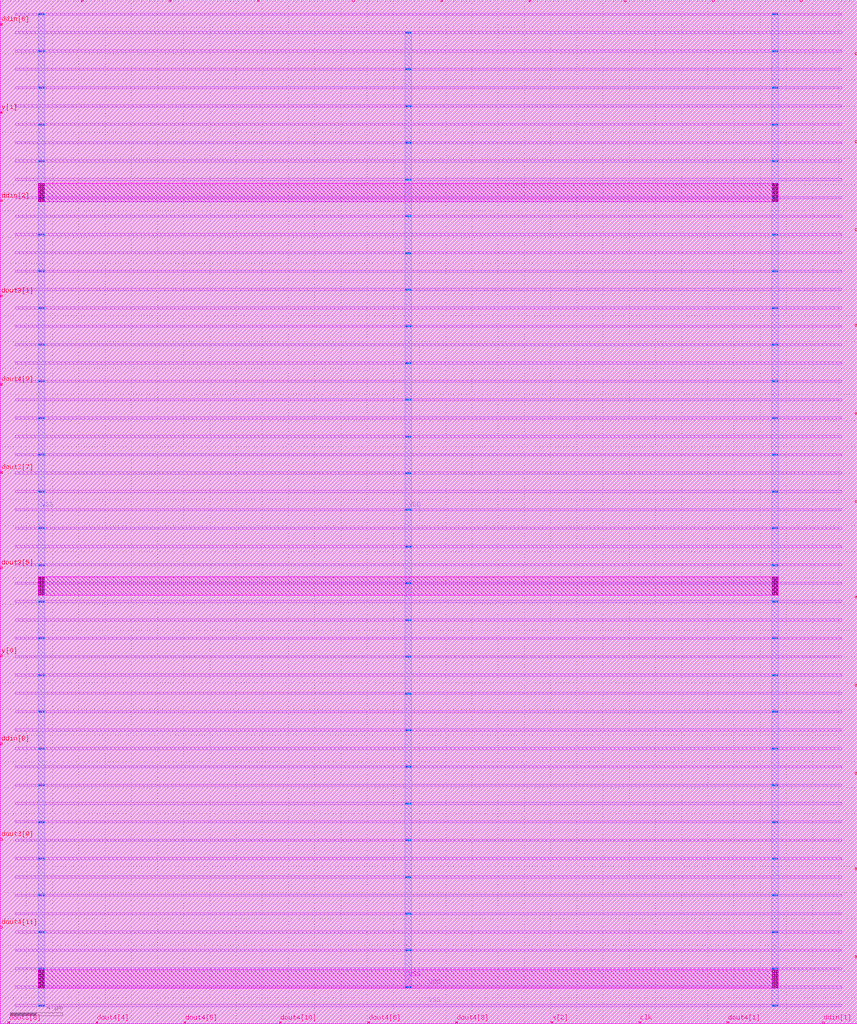
<source format=lef>
VERSION 5.8 ;
BUSBITCHARS "[]" ;
DIVIDERCHAR "/" ;
UNITS
    DATABASE MICRONS 2000 ;
END UNITS

VIA via1_2_960_340_1_3_300_300
  VIARULE Via1Array-0 ;
  CUTSIZE 0.07 0.07 ;
  LAYERS metal1 via1 metal2 ;
  CUTSPACING 0.08 0.08 ;
  ENCLOSURE 0.035 0.05 0.035 0.035 ;
  ROWCOL 1 3 ;
END via1_2_960_340_1_3_300_300

VIA via2_3_960_340_1_3_320_320
  VIARULE Via2Array-0 ;
  CUTSIZE 0.07 0.07 ;
  LAYERS metal2 via2 metal3 ;
  CUTSPACING 0.09 0.09 ;
  ENCLOSURE 0.035 0.035 0.035 0.035 ;
  ROWCOL 1 3 ;
END via2_3_960_340_1_3_320_320

VIA via3_4_960_340_1_3_320_320
  VIARULE Via3Array-0 ;
  CUTSIZE 0.07 0.07 ;
  LAYERS metal3 via3 metal4 ;
  CUTSPACING 0.09 0.09 ;
  ENCLOSURE 0.035 0.035 0.045 0.035 ;
  ROWCOL 1 3 ;
END via3_4_960_340_1_3_320_320

VIA via4_5_960_2800_5_2_600_600
  VIARULE Via4Array-0 ;
  CUTSIZE 0.14 0.14 ;
  LAYERS metal4 via4 metal5 ;
  CUTSPACING 0.16 0.16 ;
  ENCLOSURE 0.02 0 0 0 ;
  ROWCOL 5 2 ;
END via4_5_960_2800_5_2_600_600

VIA via5_6_960_2800_5_2_600_600
  VIARULE Via5Array-0 ;
  CUTSIZE 0.14 0.14 ;
  LAYERS metal5 via5 metal6 ;
  CUTSPACING 0.16 0.16 ;
  ENCLOSURE 0 0 0 0 ;
  ROWCOL 5 2 ;
END via5_6_960_2800_5_2_600_600

VIA via6_7_960_2800_4_1_600_600
  VIARULE Via6Array-0 ;
  CUTSIZE 0.14 0.14 ;
  LAYERS metal6 via6 metal7 ;
  CUTSPACING 0.16 0.16 ;
  ENCLOSURE 0 0 0.13 0.18 ;
  ROWCOL 4 1 ;
END via6_7_960_2800_4_1_600_600

MACRO dctub_part2
  FOREIGN dctub_part2 0 0 ;
  CLASS BLOCK ;
  SIZE 65.405 BY 78.09 ;
  PIN VSS
    USE GROUND ;
    DIRECTION INOUT ;
    PORT
      LAYER metal7 ;
        RECT  2.9 62.7 59.38 64.1 ;
        RECT  2.9 32.7 59.38 34.1 ;
        RECT  2.9 2.7 59.38 4.1 ;
      LAYER metal4 ;
        RECT  58.9 1.315 59.38 77.085 ;
        RECT  2.9 1.315 3.38 77.085 ;
      LAYER metal1 ;
        RECT  1.14 76.915 64.22 77.085 ;
        RECT  1.14 74.115 64.22 74.285 ;
        RECT  1.14 71.315 64.22 71.485 ;
        RECT  1.14 68.515 64.22 68.685 ;
        RECT  1.14 65.715 64.22 65.885 ;
        RECT  1.14 62.915 64.22 63.085 ;
        RECT  1.14 60.115 64.22 60.285 ;
        RECT  1.14 57.315 64.22 57.485 ;
        RECT  1.14 54.515 64.22 54.685 ;
        RECT  1.14 51.715 64.22 51.885 ;
        RECT  1.14 48.915 64.22 49.085 ;
        RECT  1.14 46.115 64.22 46.285 ;
        RECT  1.14 43.315 64.22 43.485 ;
        RECT  1.14 40.515 64.22 40.685 ;
        RECT  1.14 37.715 64.22 37.885 ;
        RECT  1.14 34.915 64.22 35.085 ;
        RECT  1.14 32.115 64.22 32.285 ;
        RECT  1.14 29.315 64.22 29.485 ;
        RECT  1.14 26.515 64.22 26.685 ;
        RECT  1.14 23.715 64.22 23.885 ;
        RECT  1.14 20.915 64.22 21.085 ;
        RECT  1.14 18.115 64.22 18.285 ;
        RECT  1.14 15.315 64.22 15.485 ;
        RECT  1.14 12.515 64.22 12.685 ;
        RECT  1.14 9.715 64.22 9.885 ;
        RECT  1.14 6.915 64.22 7.085 ;
        RECT  1.14 4.115 64.22 4.285 ;
        RECT  1.14 1.315 64.22 1.485 ;
      VIA 59.14 63.4 via6_7_960_2800_4_1_600_600 ;
      VIA 59.14 63.4 via5_6_960_2800_5_2_600_600 ;
      VIA 59.14 63.4 via4_5_960_2800_5_2_600_600 ;
      VIA 59.14 33.4 via6_7_960_2800_4_1_600_600 ;
      VIA 59.14 33.4 via5_6_960_2800_5_2_600_600 ;
      VIA 59.14 33.4 via4_5_960_2800_5_2_600_600 ;
      VIA 59.14 3.4 via6_7_960_2800_4_1_600_600 ;
      VIA 59.14 3.4 via5_6_960_2800_5_2_600_600 ;
      VIA 59.14 3.4 via4_5_960_2800_5_2_600_600 ;
      VIA 3.14 63.4 via6_7_960_2800_4_1_600_600 ;
      VIA 3.14 63.4 via5_6_960_2800_5_2_600_600 ;
      VIA 3.14 63.4 via4_5_960_2800_5_2_600_600 ;
      VIA 3.14 33.4 via6_7_960_2800_4_1_600_600 ;
      VIA 3.14 33.4 via5_6_960_2800_5_2_600_600 ;
      VIA 3.14 33.4 via4_5_960_2800_5_2_600_600 ;
      VIA 3.14 3.4 via6_7_960_2800_4_1_600_600 ;
      VIA 3.14 3.4 via5_6_960_2800_5_2_600_600 ;
      VIA 3.14 3.4 via4_5_960_2800_5_2_600_600 ;
      VIA 59.14 77 via3_4_960_340_1_3_320_320 ;
      VIA 59.14 77 via2_3_960_340_1_3_320_320 ;
      VIA 59.14 77 via1_2_960_340_1_3_300_300 ;
      VIA 59.14 74.2 via3_4_960_340_1_3_320_320 ;
      VIA 59.14 74.2 via2_3_960_340_1_3_320_320 ;
      VIA 59.14 74.2 via1_2_960_340_1_3_300_300 ;
      VIA 59.14 71.4 via3_4_960_340_1_3_320_320 ;
      VIA 59.14 71.4 via2_3_960_340_1_3_320_320 ;
      VIA 59.14 71.4 via1_2_960_340_1_3_300_300 ;
      VIA 59.14 68.6 via3_4_960_340_1_3_320_320 ;
      VIA 59.14 68.6 via2_3_960_340_1_3_320_320 ;
      VIA 59.14 68.6 via1_2_960_340_1_3_300_300 ;
      VIA 59.14 65.8 via3_4_960_340_1_3_320_320 ;
      VIA 59.14 65.8 via2_3_960_340_1_3_320_320 ;
      VIA 59.14 65.8 via1_2_960_340_1_3_300_300 ;
      VIA 59.14 63 via3_4_960_340_1_3_320_320 ;
      VIA 59.14 63 via2_3_960_340_1_3_320_320 ;
      VIA 59.14 63 via1_2_960_340_1_3_300_300 ;
      VIA 59.14 60.2 via3_4_960_340_1_3_320_320 ;
      VIA 59.14 60.2 via2_3_960_340_1_3_320_320 ;
      VIA 59.14 60.2 via1_2_960_340_1_3_300_300 ;
      VIA 59.14 57.4 via3_4_960_340_1_3_320_320 ;
      VIA 59.14 57.4 via2_3_960_340_1_3_320_320 ;
      VIA 59.14 57.4 via1_2_960_340_1_3_300_300 ;
      VIA 59.14 54.6 via3_4_960_340_1_3_320_320 ;
      VIA 59.14 54.6 via2_3_960_340_1_3_320_320 ;
      VIA 59.14 54.6 via1_2_960_340_1_3_300_300 ;
      VIA 59.14 51.8 via3_4_960_340_1_3_320_320 ;
      VIA 59.14 51.8 via2_3_960_340_1_3_320_320 ;
      VIA 59.14 51.8 via1_2_960_340_1_3_300_300 ;
      VIA 59.14 49 via3_4_960_340_1_3_320_320 ;
      VIA 59.14 49 via2_3_960_340_1_3_320_320 ;
      VIA 59.14 49 via1_2_960_340_1_3_300_300 ;
      VIA 59.14 46.2 via3_4_960_340_1_3_320_320 ;
      VIA 59.14 46.2 via2_3_960_340_1_3_320_320 ;
      VIA 59.14 46.2 via1_2_960_340_1_3_300_300 ;
      VIA 59.14 43.4 via3_4_960_340_1_3_320_320 ;
      VIA 59.14 43.4 via2_3_960_340_1_3_320_320 ;
      VIA 59.14 43.4 via1_2_960_340_1_3_300_300 ;
      VIA 59.14 40.6 via3_4_960_340_1_3_320_320 ;
      VIA 59.14 40.6 via2_3_960_340_1_3_320_320 ;
      VIA 59.14 40.6 via1_2_960_340_1_3_300_300 ;
      VIA 59.14 37.8 via3_4_960_340_1_3_320_320 ;
      VIA 59.14 37.8 via2_3_960_340_1_3_320_320 ;
      VIA 59.14 37.8 via1_2_960_340_1_3_300_300 ;
      VIA 59.14 35 via3_4_960_340_1_3_320_320 ;
      VIA 59.14 35 via2_3_960_340_1_3_320_320 ;
      VIA 59.14 35 via1_2_960_340_1_3_300_300 ;
      VIA 59.14 32.2 via3_4_960_340_1_3_320_320 ;
      VIA 59.14 32.2 via2_3_960_340_1_3_320_320 ;
      VIA 59.14 32.2 via1_2_960_340_1_3_300_300 ;
      VIA 59.14 29.4 via3_4_960_340_1_3_320_320 ;
      VIA 59.14 29.4 via2_3_960_340_1_3_320_320 ;
      VIA 59.14 29.4 via1_2_960_340_1_3_300_300 ;
      VIA 59.14 26.6 via3_4_960_340_1_3_320_320 ;
      VIA 59.14 26.6 via2_3_960_340_1_3_320_320 ;
      VIA 59.14 26.6 via1_2_960_340_1_3_300_300 ;
      VIA 59.14 23.8 via3_4_960_340_1_3_320_320 ;
      VIA 59.14 23.8 via2_3_960_340_1_3_320_320 ;
      VIA 59.14 23.8 via1_2_960_340_1_3_300_300 ;
      VIA 59.14 21 via3_4_960_340_1_3_320_320 ;
      VIA 59.14 21 via2_3_960_340_1_3_320_320 ;
      VIA 59.14 21 via1_2_960_340_1_3_300_300 ;
      VIA 59.14 18.2 via3_4_960_340_1_3_320_320 ;
      VIA 59.14 18.2 via2_3_960_340_1_3_320_320 ;
      VIA 59.14 18.2 via1_2_960_340_1_3_300_300 ;
      VIA 59.14 15.4 via3_4_960_340_1_3_320_320 ;
      VIA 59.14 15.4 via2_3_960_340_1_3_320_320 ;
      VIA 59.14 15.4 via1_2_960_340_1_3_300_300 ;
      VIA 59.14 12.6 via3_4_960_340_1_3_320_320 ;
      VIA 59.14 12.6 via2_3_960_340_1_3_320_320 ;
      VIA 59.14 12.6 via1_2_960_340_1_3_300_300 ;
      VIA 59.14 9.8 via3_4_960_340_1_3_320_320 ;
      VIA 59.14 9.8 via2_3_960_340_1_3_320_320 ;
      VIA 59.14 9.8 via1_2_960_340_1_3_300_300 ;
      VIA 59.14 7 via3_4_960_340_1_3_320_320 ;
      VIA 59.14 7 via2_3_960_340_1_3_320_320 ;
      VIA 59.14 7 via1_2_960_340_1_3_300_300 ;
      VIA 59.14 4.2 via3_4_960_340_1_3_320_320 ;
      VIA 59.14 4.2 via2_3_960_340_1_3_320_320 ;
      VIA 59.14 4.2 via1_2_960_340_1_3_300_300 ;
      VIA 59.14 1.4 via3_4_960_340_1_3_320_320 ;
      VIA 59.14 1.4 via2_3_960_340_1_3_320_320 ;
      VIA 59.14 1.4 via1_2_960_340_1_3_300_300 ;
      VIA 3.14 77 via3_4_960_340_1_3_320_320 ;
      VIA 3.14 77 via2_3_960_340_1_3_320_320 ;
      VIA 3.14 77 via1_2_960_340_1_3_300_300 ;
      VIA 3.14 74.2 via3_4_960_340_1_3_320_320 ;
      VIA 3.14 74.2 via2_3_960_340_1_3_320_320 ;
      VIA 3.14 74.2 via1_2_960_340_1_3_300_300 ;
      VIA 3.14 71.4 via3_4_960_340_1_3_320_320 ;
      VIA 3.14 71.4 via2_3_960_340_1_3_320_320 ;
      VIA 3.14 71.4 via1_2_960_340_1_3_300_300 ;
      VIA 3.14 68.6 via3_4_960_340_1_3_320_320 ;
      VIA 3.14 68.6 via2_3_960_340_1_3_320_320 ;
      VIA 3.14 68.6 via1_2_960_340_1_3_300_300 ;
      VIA 3.14 65.8 via3_4_960_340_1_3_320_320 ;
      VIA 3.14 65.8 via2_3_960_340_1_3_320_320 ;
      VIA 3.14 65.8 via1_2_960_340_1_3_300_300 ;
      VIA 3.14 63 via3_4_960_340_1_3_320_320 ;
      VIA 3.14 63 via2_3_960_340_1_3_320_320 ;
      VIA 3.14 63 via1_2_960_340_1_3_300_300 ;
      VIA 3.14 60.2 via3_4_960_340_1_3_320_320 ;
      VIA 3.14 60.2 via2_3_960_340_1_3_320_320 ;
      VIA 3.14 60.2 via1_2_960_340_1_3_300_300 ;
      VIA 3.14 57.4 via3_4_960_340_1_3_320_320 ;
      VIA 3.14 57.4 via2_3_960_340_1_3_320_320 ;
      VIA 3.14 57.4 via1_2_960_340_1_3_300_300 ;
      VIA 3.14 54.6 via3_4_960_340_1_3_320_320 ;
      VIA 3.14 54.6 via2_3_960_340_1_3_320_320 ;
      VIA 3.14 54.6 via1_2_960_340_1_3_300_300 ;
      VIA 3.14 51.8 via3_4_960_340_1_3_320_320 ;
      VIA 3.14 51.8 via2_3_960_340_1_3_320_320 ;
      VIA 3.14 51.8 via1_2_960_340_1_3_300_300 ;
      VIA 3.14 49 via3_4_960_340_1_3_320_320 ;
      VIA 3.14 49 via2_3_960_340_1_3_320_320 ;
      VIA 3.14 49 via1_2_960_340_1_3_300_300 ;
      VIA 3.14 46.2 via3_4_960_340_1_3_320_320 ;
      VIA 3.14 46.2 via2_3_960_340_1_3_320_320 ;
      VIA 3.14 46.2 via1_2_960_340_1_3_300_300 ;
      VIA 3.14 43.4 via3_4_960_340_1_3_320_320 ;
      VIA 3.14 43.4 via2_3_960_340_1_3_320_320 ;
      VIA 3.14 43.4 via1_2_960_340_1_3_300_300 ;
      VIA 3.14 40.6 via3_4_960_340_1_3_320_320 ;
      VIA 3.14 40.6 via2_3_960_340_1_3_320_320 ;
      VIA 3.14 40.6 via1_2_960_340_1_3_300_300 ;
      VIA 3.14 37.8 via3_4_960_340_1_3_320_320 ;
      VIA 3.14 37.8 via2_3_960_340_1_3_320_320 ;
      VIA 3.14 37.8 via1_2_960_340_1_3_300_300 ;
      VIA 3.14 35 via3_4_960_340_1_3_320_320 ;
      VIA 3.14 35 via2_3_960_340_1_3_320_320 ;
      VIA 3.14 35 via1_2_960_340_1_3_300_300 ;
      VIA 3.14 32.2 via3_4_960_340_1_3_320_320 ;
      VIA 3.14 32.2 via2_3_960_340_1_3_320_320 ;
      VIA 3.14 32.2 via1_2_960_340_1_3_300_300 ;
      VIA 3.14 29.4 via3_4_960_340_1_3_320_320 ;
      VIA 3.14 29.4 via2_3_960_340_1_3_320_320 ;
      VIA 3.14 29.4 via1_2_960_340_1_3_300_300 ;
      VIA 3.14 26.6 via3_4_960_340_1_3_320_320 ;
      VIA 3.14 26.6 via2_3_960_340_1_3_320_320 ;
      VIA 3.14 26.6 via1_2_960_340_1_3_300_300 ;
      VIA 3.14 23.8 via3_4_960_340_1_3_320_320 ;
      VIA 3.14 23.8 via2_3_960_340_1_3_320_320 ;
      VIA 3.14 23.8 via1_2_960_340_1_3_300_300 ;
      VIA 3.14 21 via3_4_960_340_1_3_320_320 ;
      VIA 3.14 21 via2_3_960_340_1_3_320_320 ;
      VIA 3.14 21 via1_2_960_340_1_3_300_300 ;
      VIA 3.14 18.2 via3_4_960_340_1_3_320_320 ;
      VIA 3.14 18.2 via2_3_960_340_1_3_320_320 ;
      VIA 3.14 18.2 via1_2_960_340_1_3_300_300 ;
      VIA 3.14 15.4 via3_4_960_340_1_3_320_320 ;
      VIA 3.14 15.4 via2_3_960_340_1_3_320_320 ;
      VIA 3.14 15.4 via1_2_960_340_1_3_300_300 ;
      VIA 3.14 12.6 via3_4_960_340_1_3_320_320 ;
      VIA 3.14 12.6 via2_3_960_340_1_3_320_320 ;
      VIA 3.14 12.6 via1_2_960_340_1_3_300_300 ;
      VIA 3.14 9.8 via3_4_960_340_1_3_320_320 ;
      VIA 3.14 9.8 via2_3_960_340_1_3_320_320 ;
      VIA 3.14 9.8 via1_2_960_340_1_3_300_300 ;
      VIA 3.14 7 via3_4_960_340_1_3_320_320 ;
      VIA 3.14 7 via2_3_960_340_1_3_320_320 ;
      VIA 3.14 7 via1_2_960_340_1_3_300_300 ;
      VIA 3.14 4.2 via3_4_960_340_1_3_320_320 ;
      VIA 3.14 4.2 via2_3_960_340_1_3_320_320 ;
      VIA 3.14 4.2 via1_2_960_340_1_3_300_300 ;
      VIA 3.14 1.4 via3_4_960_340_1_3_320_320 ;
      VIA 3.14 1.4 via2_3_960_340_1_3_320_320 ;
      VIA 3.14 1.4 via1_2_960_340_1_3_300_300 ;
    END
  END VSS
  PIN VDD
    USE POWER ;
    DIRECTION INOUT ;
    PORT
      LAYER metal4 ;
        RECT  30.9 2.715 31.38 75.685 ;
      LAYER metal1 ;
        RECT  1.14 75.515 64.22 75.685 ;
        RECT  1.14 72.715 64.22 72.885 ;
        RECT  1.14 69.915 64.22 70.085 ;
        RECT  1.14 67.115 64.22 67.285 ;
        RECT  1.14 64.315 64.22 64.485 ;
        RECT  1.14 61.515 64.22 61.685 ;
        RECT  1.14 58.715 64.22 58.885 ;
        RECT  1.14 55.915 64.22 56.085 ;
        RECT  1.14 53.115 64.22 53.285 ;
        RECT  1.14 50.315 64.22 50.485 ;
        RECT  1.14 47.515 64.22 47.685 ;
        RECT  1.14 44.715 64.22 44.885 ;
        RECT  1.14 41.915 64.22 42.085 ;
        RECT  1.14 39.115 64.22 39.285 ;
        RECT  1.14 36.315 64.22 36.485 ;
        RECT  1.14 33.515 64.22 33.685 ;
        RECT  1.14 30.715 64.22 30.885 ;
        RECT  1.14 27.915 64.22 28.085 ;
        RECT  1.14 25.115 64.22 25.285 ;
        RECT  1.14 22.315 64.22 22.485 ;
        RECT  1.14 19.515 64.22 19.685 ;
        RECT  1.14 16.715 64.22 16.885 ;
        RECT  1.14 13.915 64.22 14.085 ;
        RECT  1.14 11.115 64.22 11.285 ;
        RECT  1.14 8.315 64.22 8.485 ;
        RECT  1.14 5.515 64.22 5.685 ;
        RECT  1.14 2.715 64.22 2.885 ;
      VIA 31.14 75.6 via3_4_960_340_1_3_320_320 ;
      VIA 31.14 75.6 via2_3_960_340_1_3_320_320 ;
      VIA 31.14 75.6 via1_2_960_340_1_3_300_300 ;
      VIA 31.14 72.8 via3_4_960_340_1_3_320_320 ;
      VIA 31.14 72.8 via2_3_960_340_1_3_320_320 ;
      VIA 31.14 72.8 via1_2_960_340_1_3_300_300 ;
      VIA 31.14 70 via3_4_960_340_1_3_320_320 ;
      VIA 31.14 70 via2_3_960_340_1_3_320_320 ;
      VIA 31.14 70 via1_2_960_340_1_3_300_300 ;
      VIA 31.14 67.2 via3_4_960_340_1_3_320_320 ;
      VIA 31.14 67.2 via2_3_960_340_1_3_320_320 ;
      VIA 31.14 67.2 via1_2_960_340_1_3_300_300 ;
      VIA 31.14 64.4 via3_4_960_340_1_3_320_320 ;
      VIA 31.14 64.4 via2_3_960_340_1_3_320_320 ;
      VIA 31.14 64.4 via1_2_960_340_1_3_300_300 ;
      VIA 31.14 61.6 via3_4_960_340_1_3_320_320 ;
      VIA 31.14 61.6 via2_3_960_340_1_3_320_320 ;
      VIA 31.14 61.6 via1_2_960_340_1_3_300_300 ;
      VIA 31.14 58.8 via3_4_960_340_1_3_320_320 ;
      VIA 31.14 58.8 via2_3_960_340_1_3_320_320 ;
      VIA 31.14 58.8 via1_2_960_340_1_3_300_300 ;
      VIA 31.14 56 via3_4_960_340_1_3_320_320 ;
      VIA 31.14 56 via2_3_960_340_1_3_320_320 ;
      VIA 31.14 56 via1_2_960_340_1_3_300_300 ;
      VIA 31.14 53.2 via3_4_960_340_1_3_320_320 ;
      VIA 31.14 53.2 via2_3_960_340_1_3_320_320 ;
      VIA 31.14 53.2 via1_2_960_340_1_3_300_300 ;
      VIA 31.14 50.4 via3_4_960_340_1_3_320_320 ;
      VIA 31.14 50.4 via2_3_960_340_1_3_320_320 ;
      VIA 31.14 50.4 via1_2_960_340_1_3_300_300 ;
      VIA 31.14 47.6 via3_4_960_340_1_3_320_320 ;
      VIA 31.14 47.6 via2_3_960_340_1_3_320_320 ;
      VIA 31.14 47.6 via1_2_960_340_1_3_300_300 ;
      VIA 31.14 44.8 via3_4_960_340_1_3_320_320 ;
      VIA 31.14 44.8 via2_3_960_340_1_3_320_320 ;
      VIA 31.14 44.8 via1_2_960_340_1_3_300_300 ;
      VIA 31.14 42 via3_4_960_340_1_3_320_320 ;
      VIA 31.14 42 via2_3_960_340_1_3_320_320 ;
      VIA 31.14 42 via1_2_960_340_1_3_300_300 ;
      VIA 31.14 39.2 via3_4_960_340_1_3_320_320 ;
      VIA 31.14 39.2 via2_3_960_340_1_3_320_320 ;
      VIA 31.14 39.2 via1_2_960_340_1_3_300_300 ;
      VIA 31.14 36.4 via3_4_960_340_1_3_320_320 ;
      VIA 31.14 36.4 via2_3_960_340_1_3_320_320 ;
      VIA 31.14 36.4 via1_2_960_340_1_3_300_300 ;
      VIA 31.14 33.6 via3_4_960_340_1_3_320_320 ;
      VIA 31.14 33.6 via2_3_960_340_1_3_320_320 ;
      VIA 31.14 33.6 via1_2_960_340_1_3_300_300 ;
      VIA 31.14 30.8 via3_4_960_340_1_3_320_320 ;
      VIA 31.14 30.8 via2_3_960_340_1_3_320_320 ;
      VIA 31.14 30.8 via1_2_960_340_1_3_300_300 ;
      VIA 31.14 28 via3_4_960_340_1_3_320_320 ;
      VIA 31.14 28 via2_3_960_340_1_3_320_320 ;
      VIA 31.14 28 via1_2_960_340_1_3_300_300 ;
      VIA 31.14 25.2 via3_4_960_340_1_3_320_320 ;
      VIA 31.14 25.2 via2_3_960_340_1_3_320_320 ;
      VIA 31.14 25.2 via1_2_960_340_1_3_300_300 ;
      VIA 31.14 22.4 via3_4_960_340_1_3_320_320 ;
      VIA 31.14 22.4 via2_3_960_340_1_3_320_320 ;
      VIA 31.14 22.4 via1_2_960_340_1_3_300_300 ;
      VIA 31.14 19.6 via3_4_960_340_1_3_320_320 ;
      VIA 31.14 19.6 via2_3_960_340_1_3_320_320 ;
      VIA 31.14 19.6 via1_2_960_340_1_3_300_300 ;
      VIA 31.14 16.8 via3_4_960_340_1_3_320_320 ;
      VIA 31.14 16.8 via2_3_960_340_1_3_320_320 ;
      VIA 31.14 16.8 via1_2_960_340_1_3_300_300 ;
      VIA 31.14 14 via3_4_960_340_1_3_320_320 ;
      VIA 31.14 14 via2_3_960_340_1_3_320_320 ;
      VIA 31.14 14 via1_2_960_340_1_3_300_300 ;
      VIA 31.14 11.2 via3_4_960_340_1_3_320_320 ;
      VIA 31.14 11.2 via2_3_960_340_1_3_320_320 ;
      VIA 31.14 11.2 via1_2_960_340_1_3_300_300 ;
      VIA 31.14 8.4 via3_4_960_340_1_3_320_320 ;
      VIA 31.14 8.4 via2_3_960_340_1_3_320_320 ;
      VIA 31.14 8.4 via1_2_960_340_1_3_300_300 ;
      VIA 31.14 5.6 via3_4_960_340_1_3_320_320 ;
      VIA 31.14 5.6 via2_3_960_340_1_3_320_320 ;
      VIA 31.14 5.6 via1_2_960_340_1_3_300_300 ;
      VIA 31.14 2.8 via3_4_960_340_1_3_320_320 ;
      VIA 31.14 2.8 via2_3_960_340_1_3_320_320 ;
      VIA 31.14 2.8 via1_2_960_340_1_3_300_300 ;
    END
  END VDD
  PIN clk
    DIRECTION INPUT ;
    USE SIGNAL ;
    PORT
      LAYER metal6 ;
        RECT  48.745 0 48.885 0.14 ;
    END
  END clk
  PIN ddgo
    DIRECTION INPUT ;
    USE SIGNAL ;
    PORT
      LAYER metal5 ;
        RECT  65.265 67.2 65.405 67.34 ;
    END
  END ddgo
  PIN ddin[1]
    DIRECTION INPUT ;
    USE SIGNAL ;
    PORT
      LAYER metal6 ;
        RECT  62.745 0 62.885 0.14 ;
    END
  END ddin[1]
  PIN ddin[2]
    DIRECTION INPUT ;
    USE SIGNAL ;
    PORT
      LAYER metal5 ;
        RECT  0 62.72 0.14 62.86 ;
    END
  END ddin[2]
  PIN ddin[3]
    DIRECTION INPUT ;
    USE SIGNAL ;
    PORT
      LAYER metal6 ;
        RECT  33.625 77.95 33.765 78.09 ;
    END
  END ddin[3]
  PIN ddin[4]
    DIRECTION INPUT ;
    USE SIGNAL ;
    PORT
      LAYER metal5 ;
        RECT  65.265 25.76 65.405 25.9 ;
    END
  END ddin[4]
  PIN ddin[5]
    DIRECTION INPUT ;
    USE SIGNAL ;
    PORT
      LAYER metal6 ;
        RECT  54.345 77.95 54.485 78.09 ;
    END
  END ddin[5]
  PIN ddin[6]
    DIRECTION INPUT ;
    USE SIGNAL ;
    PORT
      LAYER metal5 ;
        RECT  0 76.16 0.14 76.3 ;
    END
  END ddin[6]
  PIN ddin[7]
    DIRECTION INPUT ;
    USE SIGNAL ;
    PORT
      LAYER metal5 ;
        RECT  65.265 5.04 65.405 5.18 ;
    END
  END ddin[7]
  PIN ddin[8]
    DIRECTION INPUT ;
    USE SIGNAL ;
    PORT
      LAYER metal5 ;
        RECT  0 21.28 0.14 21.42 ;
    END
  END ddin[8]
  PIN dout3[0]
    DIRECTION OUTPUT ;
    USE SIGNAL ;
    PORT
      LAYER metal5 ;
        RECT  65.265 53.2 65.405 53.34 ;
    END
  END dout3[0]
  PIN dout3[10]
    DIRECTION OUTPUT ;
    USE SIGNAL ;
    PORT
      LAYER metal5 ;
        RECT  65.265 11.76 65.405 11.9 ;
    END
  END dout3[10]
  PIN dout3[11]
    DIRECTION OUTPUT ;
    USE SIGNAL ;
    PORT
      LAYER metal6 ;
        RECT  6.185 77.95 6.325 78.09 ;
    END
  END dout3[11]
  PIN dout3[1]
    DIRECTION OUTPUT ;
    USE SIGNAL ;
    PORT
      LAYER metal5 ;
        RECT  0 55.44 0.14 55.58 ;
    END
  END dout3[1]
  PIN dout3[2]
    DIRECTION OUTPUT ;
    USE SIGNAL ;
    PORT
      LAYER metal6 ;
        RECT  26.905 77.95 27.045 78.09 ;
    END
  END dout3[2]
  PIN dout3[3]
    DIRECTION OUTPUT ;
    USE SIGNAL ;
    PORT
      LAYER metal6 ;
        RECT  40.345 77.95 40.485 78.09 ;
    END
  END dout3[3]
  PIN dout3[4]
    DIRECTION OUTPUT ;
    USE SIGNAL ;
    PORT
      LAYER metal6 ;
        RECT  61.065 77.95 61.205 78.09 ;
    END
  END dout3[4]
  PIN dout3[5]
    DIRECTION OUTPUT ;
    USE SIGNAL ;
    PORT
      LAYER metal5 ;
        RECT  0 34.72 0.14 34.86 ;
    END
  END dout3[5]
  PIN dout3[6]
    DIRECTION OUTPUT ;
    USE SIGNAL ;
    PORT
      LAYER metal5 ;
        RECT  65.265 60.48 65.405 60.62 ;
    END
  END dout3[6]
  PIN dout3[7]
    DIRECTION OUTPUT ;
    USE SIGNAL ;
    PORT
      LAYER metal5 ;
        RECT  0 42 0.14 42.14 ;
    END
  END dout3[7]
  PIN dout3[8]
    DIRECTION OUTPUT ;
    USE SIGNAL ;
    PORT
      LAYER metal6 ;
        RECT  0.585 0 0.725 0.14 ;
    END
  END dout3[8]
  PIN dout3[9]
    DIRECTION OUTPUT ;
    USE SIGNAL ;
    PORT
      LAYER metal5 ;
        RECT  0 14 0.14 14.14 ;
    END
  END dout3[9]
  PIN dout4[0]
    DIRECTION OUTPUT ;
    USE SIGNAL ;
    PORT
      LAYER metal5 ;
        RECT  65.265 46.48 65.405 46.62 ;
    END
  END dout4[0]
  PIN dout4[10]
    DIRECTION OUTPUT ;
    USE SIGNAL ;
    PORT
      LAYER metal6 ;
        RECT  21.305 0 21.445 0.14 ;
    END
  END dout4[10]
  PIN dout4[11]
    DIRECTION OUTPUT ;
    USE SIGNAL ;
    PORT
      LAYER metal5 ;
        RECT  0 7.28 0.14 7.42 ;
    END
  END dout4[11]
  PIN dout4[1]
    DIRECTION OUTPUT ;
    USE SIGNAL ;
    PORT
      LAYER metal6 ;
        RECT  55.465 0 55.605 0.14 ;
    END
  END dout4[1]
  PIN dout4[2]
    DIRECTION OUTPUT ;
    USE SIGNAL ;
    PORT
      LAYER metal6 ;
        RECT  47.625 77.95 47.765 78.09 ;
    END
  END dout4[2]
  PIN dout4[3]
    DIRECTION OUTPUT ;
    USE SIGNAL ;
    PORT
      LAYER metal5 ;
        RECT  65.265 19.04 65.405 19.18 ;
    END
  END dout4[3]
  PIN dout4[4]
    DIRECTION OUTPUT ;
    USE SIGNAL ;
    PORT
      LAYER metal6 ;
        RECT  7.305 0 7.445 0.14 ;
    END
  END dout4[4]
  PIN dout4[5]
    DIRECTION OUTPUT ;
    USE SIGNAL ;
    PORT
      LAYER metal6 ;
        RECT  14.025 0 14.165 0.14 ;
    END
  END dout4[5]
  PIN dout4[6]
    DIRECTION OUTPUT ;
    USE SIGNAL ;
    PORT
      LAYER metal6 ;
        RECT  28.025 0 28.165 0.14 ;
    END
  END dout4[6]
  PIN dout4[7]
    DIRECTION OUTPUT ;
    USE SIGNAL ;
    PORT
      LAYER metal5 ;
        RECT  65.265 32.48 65.405 32.62 ;
    END
  END dout4[7]
  PIN dout4[8]
    DIRECTION OUTPUT ;
    USE SIGNAL ;
    PORT
      LAYER metal6 ;
        RECT  34.745 0 34.885 0.14 ;
    END
  END dout4[8]
  PIN dout4[9]
    DIRECTION OUTPUT ;
    USE SIGNAL ;
    PORT
      LAYER metal5 ;
        RECT  0 48.72 0.14 48.86 ;
    END
  END dout4[9]
  PIN ena
    DIRECTION INPUT ;
    USE SIGNAL ;
    PORT
      LAYER metal5 ;
        RECT  65.265 73.92 65.405 74.06 ;
    END
  END ena
  PIN x[0]
    DIRECTION INPUT ;
    USE SIGNAL ;
    PORT
      LAYER metal6 ;
        RECT  12.905 77.95 13.045 78.09 ;
    END
  END x[0]
  PIN x[1]
    DIRECTION INPUT ;
    USE SIGNAL ;
    PORT
      LAYER metal6 ;
        RECT  19.625 77.95 19.765 78.09 ;
    END
  END x[1]
  PIN x[2]
    DIRECTION INPUT ;
    USE SIGNAL ;
    PORT
      LAYER metal6 ;
        RECT  42.025 0 42.165 0.14 ;
    END
  END x[2]
  PIN y[0]
    DIRECTION INPUT ;
    USE SIGNAL ;
    PORT
      LAYER metal5 ;
        RECT  0 28 0.14 28.14 ;
    END
  END y[0]
  PIN y[1]
    DIRECTION INPUT ;
    USE SIGNAL ;
    PORT
      LAYER metal5 ;
        RECT  0 69.44 0.14 69.58 ;
    END
  END y[1]
  PIN y[2]
    DIRECTION INPUT ;
    USE SIGNAL ;
    PORT
      LAYER metal5 ;
        RECT  65.265 39.76 65.405 39.9 ;
    END
  END y[2]
  OBS
    LAYER metal1 ;
     RECT  0 0 65.405 78.09 ;
    LAYER metal2 ;
     RECT  0 0 65.405 78.09 ;
    LAYER metal3 ;
     RECT  0 0 65.405 78.09 ;
    LAYER metal4 ;
     RECT  0 0 65.405 78.09 ;
    LAYER metal5 ;
     RECT  0 0 65.405 78.09 ;
    LAYER metal6 ;
     RECT  0 0 65.405 78.09 ;
    LAYER metal7 ;
     RECT  0 0 65.405 78.09 ;
  END
END dctub_part2
END LIBRARY

</source>
